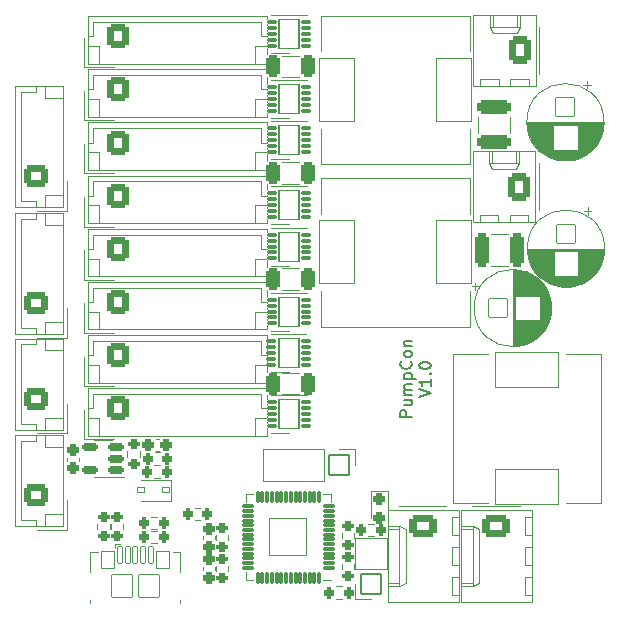
<source format=gto>
G04 #@! TF.GenerationSoftware,KiCad,Pcbnew,(6.0.7)*
G04 #@! TF.CreationDate,2022-10-27T11:50:25+02:00*
G04 #@! TF.ProjectId,pumpCon,70756d70-436f-46e2-9e6b-696361645f70,rev?*
G04 #@! TF.SameCoordinates,Original*
G04 #@! TF.FileFunction,Legend,Top*
G04 #@! TF.FilePolarity,Positive*
%FSLAX46Y46*%
G04 Gerber Fmt 4.6, Leading zero omitted, Abs format (unit mm)*
G04 Created by KiCad (PCBNEW (6.0.7)) date 2022-10-27 11:50:25*
%MOMM*%
%LPD*%
G01*
G04 APERTURE LIST*
G04 Aperture macros list*
%AMRoundRect*
0 Rectangle with rounded corners*
0 $1 Rounding radius*
0 $2 $3 $4 $5 $6 $7 $8 $9 X,Y pos of 4 corners*
0 Add a 4 corners polygon primitive as box body*
4,1,4,$2,$3,$4,$5,$6,$7,$8,$9,$2,$3,0*
0 Add four circle primitives for the rounded corners*
1,1,$1+$1,$2,$3*
1,1,$1+$1,$4,$5*
1,1,$1+$1,$6,$7*
1,1,$1+$1,$8,$9*
0 Add four rect primitives between the rounded corners*
20,1,$1+$1,$2,$3,$4,$5,0*
20,1,$1+$1,$4,$5,$6,$7,0*
20,1,$1+$1,$6,$7,$8,$9,0*
20,1,$1+$1,$8,$9,$2,$3,0*%
G04 Aperture macros list end*
%ADD10C,0.150000*%
%ADD11C,0.120000*%
%ADD12RoundRect,0.050000X-0.200000X-0.700000X0.200000X-0.700000X0.200000X0.700000X-0.200000X0.700000X0*%
%ADD13O,1.150000X2.000000*%
%ADD14RoundRect,0.050000X-0.875000X-0.950000X0.875000X-0.950000X0.875000X0.950000X-0.875000X0.950000X0*%
%ADD15RoundRect,0.050000X-0.575000X-0.725000X0.575000X-0.725000X0.575000X0.725000X-0.575000X0.725000X0*%
%ADD16RoundRect,0.300000X0.620000X0.845000X-0.620000X0.845000X-0.620000X-0.845000X0.620000X-0.845000X0*%
%ADD17O,1.840000X2.290000*%
%ADD18RoundRect,0.275000X-0.250000X0.225000X-0.250000X-0.225000X0.250000X-0.225000X0.250000X0.225000X0*%
%ADD19RoundRect,0.300000X-0.600000X-0.725000X0.600000X-0.725000X0.600000X0.725000X-0.600000X0.725000X0*%
%ADD20O,1.800000X2.050000*%
%ADD21RoundRect,0.250000X-0.200000X-0.275000X0.200000X-0.275000X0.200000X0.275000X-0.200000X0.275000X0*%
%ADD22RoundRect,0.112500X0.350000X0.062500X-0.350000X0.062500X-0.350000X-0.062500X0.350000X-0.062500X0*%
%ADD23RoundRect,0.050000X0.850000X1.250000X-0.850000X1.250000X-0.850000X-1.250000X0.850000X-1.250000X0*%
%ADD24RoundRect,0.050000X-0.850000X0.850000X-0.850000X-0.850000X0.850000X-0.850000X0.850000X0.850000X0*%
%ADD25O,1.800000X1.800000*%
%ADD26RoundRect,0.300000X0.725000X-0.600000X0.725000X0.600000X-0.725000X0.600000X-0.725000X-0.600000X0*%
%ADD27O,2.050000X1.800000*%
%ADD28RoundRect,0.250000X-0.275000X0.200000X-0.275000X-0.200000X0.275000X-0.200000X0.275000X0.200000X0*%
%ADD29RoundRect,0.050000X0.850000X0.850000X-0.850000X0.850000X-0.850000X-0.850000X0.850000X-0.850000X0*%
%ADD30RoundRect,0.300000X0.750000X-0.600000X0.750000X0.600000X-0.750000X0.600000X-0.750000X-0.600000X0*%
%ADD31O,2.100000X1.800000*%
%ADD32RoundRect,0.250000X0.275000X-0.200000X0.275000X0.200000X-0.275000X0.200000X-0.275000X-0.200000X0*%
%ADD33RoundRect,0.300000X-0.845000X0.620000X-0.845000X-0.620000X0.845000X-0.620000X0.845000X0.620000X0*%
%ADD34O,2.290000X1.840000*%
%ADD35C,3.300000*%
%ADD36RoundRect,0.300000X0.325000X0.650000X-0.325000X0.650000X-0.325000X-0.650000X0.325000X-0.650000X0*%
%ADD37RoundRect,0.268750X-0.256250X0.218750X-0.256250X-0.218750X0.256250X-0.218750X0.256250X0.218750X0*%
%ADD38RoundRect,0.050000X0.300000X0.225000X-0.300000X0.225000X-0.300000X-0.225000X0.300000X-0.225000X0*%
%ADD39RoundRect,0.050000X-0.800000X-0.800000X0.800000X-0.800000X0.800000X0.800000X-0.800000X0.800000X0*%
%ADD40C,1.700000*%
%ADD41RoundRect,0.300000X1.100000X-0.325000X1.100000X0.325000X-1.100000X0.325000X-1.100000X-0.325000X0*%
%ADD42RoundRect,0.050000X-0.800000X0.800000X-0.800000X-0.800000X0.800000X-0.800000X0.800000X0.800000X0*%
%ADD43RoundRect,0.275000X-0.225000X-0.250000X0.225000X-0.250000X0.225000X0.250000X-0.225000X0.250000X0*%
%ADD44RoundRect,0.050000X-1.450000X-2.700000X1.450000X-2.700000X1.450000X2.700000X-1.450000X2.700000X0*%
%ADD45RoundRect,0.250000X0.200000X0.275000X-0.200000X0.275000X-0.200000X-0.275000X0.200000X-0.275000X0*%
%ADD46RoundRect,0.100000X0.387500X0.050000X-0.387500X0.050000X-0.387500X-0.050000X0.387500X-0.050000X0*%
%ADD47RoundRect,0.100000X0.050000X0.387500X-0.050000X0.387500X-0.050000X-0.387500X0.050000X-0.387500X0*%
%ADD48RoundRect,0.050000X1.600000X1.600000X-1.600000X1.600000X-1.600000X-1.600000X1.600000X-1.600000X0*%
%ADD49RoundRect,0.050000X-2.700000X1.450000X-2.700000X-1.450000X2.700000X-1.450000X2.700000X1.450000X0*%
%ADD50RoundRect,0.200000X0.512500X0.150000X-0.512500X0.150000X-0.512500X-0.150000X0.512500X-0.150000X0*%
%ADD51RoundRect,0.300000X0.325000X1.100000X-0.325000X1.100000X-0.325000X-1.100000X0.325000X-1.100000X0*%
%ADD52RoundRect,0.275000X0.250000X-0.225000X0.250000X0.225000X-0.250000X0.225000X-0.250000X-0.225000X0*%
G04 APERTURE END LIST*
D10*
X92647380Y-95738095D02*
X91647380Y-95738095D01*
X91647380Y-95357142D01*
X91695000Y-95261904D01*
X91742619Y-95214285D01*
X91837857Y-95166666D01*
X91980714Y-95166666D01*
X92075952Y-95214285D01*
X92123571Y-95261904D01*
X92171190Y-95357142D01*
X92171190Y-95738095D01*
X91980714Y-94309523D02*
X92647380Y-94309523D01*
X91980714Y-94738095D02*
X92504523Y-94738095D01*
X92599761Y-94690476D01*
X92647380Y-94595238D01*
X92647380Y-94452380D01*
X92599761Y-94357142D01*
X92552142Y-94309523D01*
X92647380Y-93833333D02*
X91980714Y-93833333D01*
X92075952Y-93833333D02*
X92028333Y-93785714D01*
X91980714Y-93690476D01*
X91980714Y-93547619D01*
X92028333Y-93452380D01*
X92123571Y-93404761D01*
X92647380Y-93404761D01*
X92123571Y-93404761D02*
X92028333Y-93357142D01*
X91980714Y-93261904D01*
X91980714Y-93119047D01*
X92028333Y-93023809D01*
X92123571Y-92976190D01*
X92647380Y-92976190D01*
X91980714Y-92500000D02*
X92980714Y-92500000D01*
X92028333Y-92500000D02*
X91980714Y-92404761D01*
X91980714Y-92214285D01*
X92028333Y-92119047D01*
X92075952Y-92071428D01*
X92171190Y-92023809D01*
X92456904Y-92023809D01*
X92552142Y-92071428D01*
X92599761Y-92119047D01*
X92647380Y-92214285D01*
X92647380Y-92404761D01*
X92599761Y-92500000D01*
X92552142Y-91023809D02*
X92599761Y-91071428D01*
X92647380Y-91214285D01*
X92647380Y-91309523D01*
X92599761Y-91452380D01*
X92504523Y-91547619D01*
X92409285Y-91595238D01*
X92218809Y-91642857D01*
X92075952Y-91642857D01*
X91885476Y-91595238D01*
X91790238Y-91547619D01*
X91695000Y-91452380D01*
X91647380Y-91309523D01*
X91647380Y-91214285D01*
X91695000Y-91071428D01*
X91742619Y-91023809D01*
X92647380Y-90452380D02*
X92599761Y-90547619D01*
X92552142Y-90595238D01*
X92456904Y-90642857D01*
X92171190Y-90642857D01*
X92075952Y-90595238D01*
X92028333Y-90547619D01*
X91980714Y-90452380D01*
X91980714Y-90309523D01*
X92028333Y-90214285D01*
X92075952Y-90166666D01*
X92171190Y-90119047D01*
X92456904Y-90119047D01*
X92552142Y-90166666D01*
X92599761Y-90214285D01*
X92647380Y-90309523D01*
X92647380Y-90452380D01*
X91980714Y-89690476D02*
X92647380Y-89690476D01*
X92075952Y-89690476D02*
X92028333Y-89642857D01*
X91980714Y-89547619D01*
X91980714Y-89404761D01*
X92028333Y-89309523D01*
X92123571Y-89261904D01*
X92647380Y-89261904D01*
X93257380Y-94023809D02*
X94257380Y-93690476D01*
X93257380Y-93357142D01*
X94257380Y-92500000D02*
X94257380Y-93071428D01*
X94257380Y-92785714D02*
X93257380Y-92785714D01*
X93400238Y-92880952D01*
X93495476Y-92976190D01*
X93543095Y-93071428D01*
X94162142Y-92071428D02*
X94209761Y-92023809D01*
X94257380Y-92071428D01*
X94209761Y-92119047D01*
X94162142Y-92071428D01*
X94257380Y-92071428D01*
X93257380Y-91404761D02*
X93257380Y-91309523D01*
X93305000Y-91214285D01*
X93352619Y-91166666D01*
X93447857Y-91119047D01*
X93638333Y-91071428D01*
X93876428Y-91071428D01*
X94066904Y-91119047D01*
X94162142Y-91166666D01*
X94209761Y-91214285D01*
X94257380Y-91309523D01*
X94257380Y-91404761D01*
X94209761Y-91500000D01*
X94162142Y-91547619D01*
X94066904Y-91595238D01*
X93876428Y-91642857D01*
X93638333Y-91642857D01*
X93447857Y-91595238D01*
X93352619Y-91547619D01*
X93305000Y-91500000D01*
X93257380Y-91404761D01*
D11*
X73060000Y-108870000D02*
X73060000Y-107140000D01*
X65440000Y-107140000D02*
X66100000Y-107140000D01*
X67490000Y-106440000D02*
X67490000Y-106830000D01*
X67490000Y-106440000D02*
X67940000Y-106440000D01*
X73060000Y-107140000D02*
X72410000Y-107140000D01*
X73060000Y-111440000D02*
X73060000Y-111230000D01*
X65440000Y-111440000D02*
X65440000Y-111230000D01*
X65440000Y-108870000D02*
X65440000Y-107140000D01*
X101520000Y-63220000D02*
X99480000Y-63220000D01*
X99230000Y-62690000D02*
X99230000Y-61690000D01*
X101770000Y-62690000D02*
X99230000Y-62690000D01*
X97850000Y-67710000D02*
X103150000Y-67710000D01*
X100970000Y-67110000D02*
X100970000Y-67710000D01*
X102570000Y-67110000D02*
X100970000Y-67110000D01*
X101770000Y-61690000D02*
X101770000Y-62690000D01*
X101770000Y-62690000D02*
X101520000Y-63220000D01*
X97850000Y-61690000D02*
X97850000Y-67710000D01*
X103440000Y-66680000D02*
X103440000Y-62680000D01*
X99480000Y-63220000D02*
X99230000Y-62690000D01*
X101520000Y-61690000D02*
X101520000Y-62690000D01*
X103150000Y-67710000D02*
X103150000Y-61690000D01*
X103150000Y-61690000D02*
X97850000Y-61690000D01*
X100030000Y-67710000D02*
X100030000Y-67110000D01*
X102570000Y-67710000D02*
X102570000Y-67110000D01*
X99480000Y-61690000D02*
X99480000Y-62690000D01*
X98430000Y-67110000D02*
X98430000Y-67710000D01*
X100030000Y-67110000D02*
X98430000Y-67110000D01*
X75950000Y-108409420D02*
X75950000Y-108690580D01*
X74930000Y-108409420D02*
X74930000Y-108690580D01*
X65690000Y-75790000D02*
X79910000Y-75790000D01*
X79910000Y-75790000D02*
X79910000Y-77000000D01*
X80410000Y-77810000D02*
X79410000Y-77810000D01*
X65690000Y-77000000D02*
X65690000Y-75790000D01*
X79410000Y-77810000D02*
X79410000Y-79310000D01*
X80410000Y-79310000D02*
X80410000Y-75290000D01*
X65190000Y-77810000D02*
X66190000Y-77810000D01*
X80410000Y-75290000D02*
X65190000Y-75290000D01*
X65190000Y-79310000D02*
X80410000Y-79310000D01*
X66190000Y-77810000D02*
X66190000Y-79310000D01*
X79910000Y-77000000D02*
X80410000Y-77000000D01*
X65190000Y-75290000D02*
X65190000Y-79310000D01*
X64890000Y-77110000D02*
X64890000Y-79610000D01*
X64890000Y-79610000D02*
X67390000Y-79610000D01*
X65190000Y-77000000D02*
X65690000Y-77000000D01*
X70562742Y-104202500D02*
X71037258Y-104202500D01*
X70562742Y-105247500D02*
X71037258Y-105247500D01*
X79910000Y-80290000D02*
X79910000Y-81500000D01*
X64890000Y-81610000D02*
X64890000Y-84110000D01*
X79410000Y-82310000D02*
X79410000Y-83810000D01*
X66190000Y-82310000D02*
X66190000Y-83810000D01*
X65190000Y-82310000D02*
X66190000Y-82310000D01*
X80410000Y-83810000D02*
X80410000Y-79790000D01*
X79910000Y-81500000D02*
X80410000Y-81500000D01*
X80410000Y-79790000D02*
X65190000Y-79790000D01*
X64890000Y-84110000D02*
X67390000Y-84110000D01*
X80410000Y-82310000D02*
X79410000Y-82310000D01*
X65690000Y-80290000D02*
X79910000Y-80290000D01*
X65190000Y-79790000D02*
X65190000Y-83810000D01*
X65190000Y-83810000D02*
X80410000Y-83810000D01*
X65190000Y-81500000D02*
X65690000Y-81500000D01*
X65690000Y-81500000D02*
X65690000Y-80290000D01*
X82212500Y-91910000D02*
X80712500Y-91910000D01*
X83712500Y-88690000D02*
X80712500Y-88690000D01*
X85205000Y-101130000D02*
X80065000Y-101130000D01*
X86475000Y-98470000D02*
X87805000Y-98470000D01*
X80065000Y-98470000D02*
X80065000Y-101130000D01*
X85205000Y-98470000D02*
X85205000Y-101130000D01*
X87805000Y-98470000D02*
X87805000Y-99800000D01*
X85205000Y-98470000D02*
X80065000Y-98470000D01*
X83750000Y-79690000D02*
X80750000Y-79690000D01*
X82250000Y-82910000D02*
X80750000Y-82910000D01*
X88962742Y-105822500D02*
X89437258Y-105822500D01*
X88962742Y-104777500D02*
X89437258Y-104777500D01*
X60800000Y-78990000D02*
X60800000Y-78490000D01*
X60800000Y-88210000D02*
X59590000Y-88210000D01*
X60800000Y-88710000D02*
X60800000Y-88210000D01*
X63110000Y-88710000D02*
X63110000Y-78490000D01*
X59090000Y-78490000D02*
X59090000Y-88710000D01*
X59090000Y-88710000D02*
X63110000Y-88710000D01*
X61610000Y-78490000D02*
X61610000Y-79490000D01*
X61610000Y-87710000D02*
X63110000Y-87710000D01*
X60910000Y-89010000D02*
X63410000Y-89010000D01*
X59590000Y-78990000D02*
X60800000Y-78990000D01*
X63410000Y-89010000D02*
X63410000Y-86510000D01*
X61610000Y-88710000D02*
X61610000Y-87710000D01*
X59590000Y-88210000D02*
X59590000Y-78990000D01*
X61610000Y-79490000D02*
X63110000Y-79490000D01*
X63110000Y-78490000D02*
X59090000Y-78490000D01*
X83750000Y-70690000D02*
X80750000Y-70690000D01*
X82250000Y-73910000D02*
X80750000Y-73910000D01*
X83750000Y-93890000D02*
X80750000Y-93890000D01*
X82250000Y-97110000D02*
X80750000Y-97110000D01*
X82250000Y-88410000D02*
X80750000Y-88410000D01*
X83750000Y-85190000D02*
X80750000Y-85190000D01*
X87772500Y-105512742D02*
X87772500Y-105987258D01*
X86727500Y-105512742D02*
X86727500Y-105987258D01*
X90505000Y-105980000D02*
X87845000Y-105980000D01*
X87845000Y-111180000D02*
X87845000Y-109850000D01*
X90505000Y-108580000D02*
X90505000Y-105980000D01*
X90505000Y-108580000D02*
X87845000Y-108580000D01*
X87845000Y-108580000D02*
X87845000Y-105980000D01*
X89175000Y-111180000D02*
X87845000Y-111180000D01*
X79910000Y-90500000D02*
X80410000Y-90500000D01*
X65190000Y-91310000D02*
X66190000Y-91310000D01*
X66190000Y-91310000D02*
X66190000Y-92810000D01*
X65690000Y-90500000D02*
X65690000Y-89290000D01*
X65190000Y-90500000D02*
X65690000Y-90500000D01*
X79910000Y-89290000D02*
X79910000Y-90500000D01*
X79410000Y-91310000D02*
X79410000Y-92810000D01*
X80410000Y-91310000D02*
X79410000Y-91310000D01*
X65690000Y-89290000D02*
X79910000Y-89290000D01*
X64890000Y-93110000D02*
X67390000Y-93110000D01*
X65190000Y-88790000D02*
X65190000Y-92810000D01*
X64890000Y-90610000D02*
X64890000Y-93110000D01*
X65190000Y-92810000D02*
X80410000Y-92810000D01*
X80410000Y-88790000D02*
X65190000Y-88790000D01*
X80410000Y-92810000D02*
X80410000Y-88790000D01*
X60800000Y-96810000D02*
X60800000Y-96310000D01*
X60910000Y-97110000D02*
X63410000Y-97110000D01*
X60800000Y-89590000D02*
X60800000Y-89090000D01*
X63410000Y-97110000D02*
X63410000Y-94610000D01*
X59090000Y-89090000D02*
X59090000Y-96810000D01*
X63110000Y-96810000D02*
X63110000Y-89090000D01*
X61610000Y-90090000D02*
X63110000Y-90090000D01*
X61610000Y-95810000D02*
X63110000Y-95810000D01*
X63110000Y-89090000D02*
X59090000Y-89090000D01*
X60800000Y-96310000D02*
X59590000Y-96310000D01*
X59590000Y-96310000D02*
X59590000Y-89590000D01*
X61610000Y-96810000D02*
X61610000Y-95810000D01*
X61610000Y-89090000D02*
X61610000Y-90090000D01*
X59590000Y-89590000D02*
X60800000Y-89590000D01*
X59090000Y-96810000D02*
X63110000Y-96810000D01*
X103390000Y-78230000D02*
X103390000Y-74230000D01*
X99980000Y-79260000D02*
X99980000Y-78660000D01*
X99430000Y-73240000D02*
X99430000Y-74240000D01*
X100920000Y-78660000D02*
X100920000Y-79260000D01*
X99180000Y-74240000D02*
X99180000Y-73240000D01*
X99430000Y-74770000D02*
X99180000Y-74240000D01*
X103100000Y-73240000D02*
X97800000Y-73240000D01*
X101470000Y-74770000D02*
X99430000Y-74770000D01*
X101720000Y-73240000D02*
X101720000Y-74240000D01*
X101720000Y-74240000D02*
X99180000Y-74240000D01*
X102520000Y-78660000D02*
X100920000Y-78660000D01*
X101470000Y-73240000D02*
X101470000Y-74240000D01*
X99980000Y-78660000D02*
X98380000Y-78660000D01*
X103100000Y-79260000D02*
X103100000Y-73240000D01*
X97800000Y-73240000D02*
X97800000Y-79260000D01*
X97800000Y-79260000D02*
X103100000Y-79260000D01*
X101720000Y-74240000D02*
X101470000Y-74770000D01*
X98380000Y-78660000D02*
X98380000Y-79260000D01*
X102520000Y-79260000D02*
X102520000Y-78660000D01*
X79910000Y-86000000D02*
X80410000Y-86000000D01*
X66190000Y-86810000D02*
X66190000Y-88310000D01*
X65190000Y-88310000D02*
X80410000Y-88310000D01*
X80410000Y-86810000D02*
X79410000Y-86810000D01*
X65690000Y-86000000D02*
X65690000Y-84790000D01*
X64890000Y-88610000D02*
X67390000Y-88610000D01*
X79910000Y-84790000D02*
X79910000Y-86000000D01*
X80410000Y-88310000D02*
X80410000Y-84290000D01*
X65190000Y-86810000D02*
X66190000Y-86810000D01*
X65190000Y-86000000D02*
X65690000Y-86000000D01*
X80410000Y-84290000D02*
X65190000Y-84290000D01*
X65190000Y-84290000D02*
X65190000Y-88310000D01*
X64890000Y-86110000D02*
X64890000Y-88610000D01*
X65690000Y-84790000D02*
X79910000Y-84790000D01*
X79410000Y-86810000D02*
X79410000Y-88310000D01*
X77072500Y-106152258D02*
X77072500Y-105677742D01*
X76027500Y-106152258D02*
X76027500Y-105677742D01*
X96610000Y-103580000D02*
X90590000Y-103580000D01*
X96610000Y-106700000D02*
X96010000Y-106700000D01*
X92120000Y-105210000D02*
X92120000Y-109790000D01*
X90590000Y-105210000D02*
X91590000Y-105210000D01*
X90590000Y-104960000D02*
X91590000Y-104960000D01*
X90590000Y-109790000D02*
X91590000Y-109790000D01*
X90590000Y-103580000D02*
X90590000Y-111420000D01*
X96610000Y-109240000D02*
X96010000Y-109240000D01*
X95580000Y-103290000D02*
X91580000Y-103290000D01*
X96010000Y-106700000D02*
X96010000Y-108300000D01*
X96010000Y-104160000D02*
X96010000Y-105760000D01*
X91590000Y-104960000D02*
X91590000Y-110040000D01*
X90590000Y-111420000D02*
X96610000Y-111420000D01*
X91590000Y-110040000D02*
X90590000Y-110040000D01*
X92120000Y-109790000D02*
X91590000Y-110040000D01*
X96610000Y-104160000D02*
X96010000Y-104160000D01*
X91590000Y-104960000D02*
X92120000Y-105210000D01*
X96010000Y-105760000D02*
X96610000Y-105760000D01*
X96010000Y-108300000D02*
X96610000Y-108300000D01*
X96010000Y-110840000D02*
X96610000Y-110840000D01*
X96010000Y-109240000D02*
X96010000Y-110840000D01*
X96610000Y-111420000D02*
X96610000Y-103580000D01*
X83061252Y-65140000D02*
X81638748Y-65140000D01*
X83061252Y-66960000D02*
X81638748Y-66960000D01*
X80410000Y-61790000D02*
X65190000Y-61790000D01*
X64890000Y-66110000D02*
X67390000Y-66110000D01*
X65190000Y-63500000D02*
X65690000Y-63500000D01*
X64890000Y-63610000D02*
X64890000Y-66110000D01*
X65190000Y-64310000D02*
X66190000Y-64310000D01*
X65690000Y-62290000D02*
X79910000Y-62290000D01*
X80410000Y-65810000D02*
X80410000Y-61790000D01*
X65190000Y-61790000D02*
X65190000Y-65810000D01*
X65190000Y-65810000D02*
X80410000Y-65810000D01*
X65690000Y-63500000D02*
X65690000Y-62290000D01*
X79910000Y-63500000D02*
X80410000Y-63500000D01*
X66190000Y-64310000D02*
X66190000Y-65810000D01*
X79410000Y-64310000D02*
X79410000Y-65810000D01*
X80410000Y-64310000D02*
X79410000Y-64310000D01*
X79910000Y-62290000D02*
X79910000Y-63500000D01*
X89165000Y-102015000D02*
X89165000Y-104300000D01*
X90635000Y-102015000D02*
X89165000Y-102015000D01*
X90635000Y-104300000D02*
X90635000Y-102015000D01*
X72250000Y-102800000D02*
X72250000Y-101100000D01*
X72250000Y-102800000D02*
X69700000Y-102800000D01*
X72250000Y-101100000D02*
X69700000Y-101100000D01*
X83061252Y-91990000D02*
X81638748Y-91990000D01*
X83061252Y-93810000D02*
X81638748Y-93810000D01*
X80410000Y-66290000D02*
X65190000Y-66290000D01*
X65190000Y-68810000D02*
X66190000Y-68810000D01*
X65690000Y-66790000D02*
X79910000Y-66790000D01*
X65190000Y-70310000D02*
X80410000Y-70310000D01*
X65690000Y-68000000D02*
X65690000Y-66790000D01*
X79410000Y-68810000D02*
X79410000Y-70310000D01*
X80410000Y-70310000D02*
X80410000Y-66290000D01*
X65190000Y-66290000D02*
X65190000Y-70310000D01*
X80410000Y-68810000D02*
X79410000Y-68810000D01*
X66190000Y-68810000D02*
X66190000Y-70310000D01*
X64890000Y-68110000D02*
X64890000Y-70610000D01*
X65190000Y-68000000D02*
X65690000Y-68000000D01*
X79910000Y-68000000D02*
X80410000Y-68000000D01*
X64890000Y-70610000D02*
X67390000Y-70610000D01*
X79910000Y-66790000D02*
X79910000Y-68000000D01*
X70862742Y-98727500D02*
X71337258Y-98727500D01*
X70862742Y-99772500D02*
X71337258Y-99772500D01*
X70562742Y-105377500D02*
X71037258Y-105377500D01*
X70562742Y-106422500D02*
X71037258Y-106422500D01*
X70850242Y-99827500D02*
X71324758Y-99827500D01*
X70850242Y-100872500D02*
X71324758Y-100872500D01*
X103641000Y-84363000D02*
X103641000Y-88637000D01*
X102841000Y-87540000D02*
X102841000Y-89290000D01*
X103281000Y-87540000D02*
X103281000Y-88984000D01*
X101921000Y-83350000D02*
X101921000Y-85460000D01*
X102601000Y-87540000D02*
X102601000Y-89416000D01*
X104441000Y-86098000D02*
X104441000Y-86902000D01*
X101240000Y-83270000D02*
X101240000Y-89730000D01*
X103601000Y-84318000D02*
X103601000Y-88682000D01*
X103481000Y-87540000D02*
X103481000Y-88805000D01*
X102361000Y-83482000D02*
X102361000Y-85460000D01*
X102641000Y-83604000D02*
X102641000Y-85460000D01*
X104001000Y-84850000D02*
X104001000Y-88150000D01*
X102401000Y-83498000D02*
X102401000Y-85460000D01*
X104401000Y-85867000D02*
X104401000Y-87133000D01*
X102481000Y-87540000D02*
X102481000Y-89470000D01*
X102241000Y-87540000D02*
X102241000Y-89561000D01*
X102321000Y-87540000D02*
X102321000Y-89533000D01*
X103721000Y-84456000D02*
X103721000Y-88544000D01*
X101961000Y-87540000D02*
X101961000Y-89641000D01*
X102321000Y-83467000D02*
X102321000Y-85460000D01*
X102081000Y-87540000D02*
X102081000Y-89610000D01*
X101640000Y-83299000D02*
X101640000Y-85460000D01*
X103001000Y-87540000D02*
X103001000Y-89190000D01*
X102041000Y-83379000D02*
X102041000Y-85460000D01*
X101400000Y-83276000D02*
X101400000Y-89724000D01*
X103281000Y-84016000D02*
X103281000Y-85460000D01*
X101880000Y-83341000D02*
X101880000Y-85460000D01*
X101320000Y-83272000D02*
X101320000Y-89728000D01*
X104241000Y-85335000D02*
X104241000Y-87665000D01*
X103841000Y-84610000D02*
X103841000Y-88390000D01*
X102561000Y-87540000D02*
X102561000Y-89434000D01*
X98014759Y-84346000D02*
X98014759Y-84976000D01*
X104281000Y-85441000D02*
X104281000Y-87559000D01*
X101600000Y-83294000D02*
X101600000Y-85460000D01*
X101760000Y-83318000D02*
X101760000Y-85460000D01*
X103361000Y-87540000D02*
X103361000Y-88916000D01*
X102441000Y-83514000D02*
X102441000Y-85460000D01*
X102921000Y-87540000D02*
X102921000Y-89242000D01*
X103681000Y-84408000D02*
X103681000Y-88592000D01*
X101840000Y-83333000D02*
X101840000Y-85460000D01*
X101680000Y-83305000D02*
X101680000Y-85460000D01*
X102281000Y-83453000D02*
X102281000Y-85460000D01*
X102001000Y-87540000D02*
X102001000Y-89631000D01*
X102961000Y-83784000D02*
X102961000Y-85460000D01*
X101600000Y-87540000D02*
X101600000Y-89706000D01*
X103441000Y-84157000D02*
X103441000Y-85460000D01*
X104201000Y-85238000D02*
X104201000Y-87762000D01*
X97699759Y-84661000D02*
X98329759Y-84661000D01*
X102281000Y-87540000D02*
X102281000Y-89547000D01*
X101640000Y-87540000D02*
X101640000Y-89701000D01*
X102921000Y-83758000D02*
X102921000Y-85460000D01*
X101440000Y-83278000D02*
X101440000Y-85460000D01*
X103081000Y-83864000D02*
X103081000Y-85460000D01*
X102601000Y-83584000D02*
X102601000Y-85460000D01*
X101520000Y-87540000D02*
X101520000Y-89715000D01*
X102961000Y-87540000D02*
X102961000Y-89216000D01*
X103081000Y-87540000D02*
X103081000Y-89136000D01*
X101840000Y-87540000D02*
X101840000Y-89667000D01*
X101560000Y-87540000D02*
X101560000Y-89711000D01*
X103241000Y-87540000D02*
X103241000Y-89016000D01*
X102201000Y-87540000D02*
X102201000Y-89574000D01*
X101440000Y-87540000D02*
X101440000Y-89722000D01*
X102761000Y-87540000D02*
X102761000Y-89334000D01*
X102241000Y-83439000D02*
X102241000Y-85460000D01*
X103041000Y-83836000D02*
X103041000Y-85460000D01*
X102801000Y-87540000D02*
X102801000Y-89312000D01*
X103161000Y-87540000D02*
X103161000Y-89078000D01*
X103201000Y-87540000D02*
X103201000Y-89048000D01*
X102361000Y-87540000D02*
X102361000Y-89518000D01*
X103001000Y-83810000D02*
X103001000Y-85460000D01*
X101680000Y-87540000D02*
X101680000Y-89695000D01*
X102441000Y-87540000D02*
X102441000Y-89486000D01*
X102881000Y-87540000D02*
X102881000Y-89266000D01*
X103041000Y-87540000D02*
X103041000Y-89164000D01*
X103361000Y-84084000D02*
X103361000Y-85460000D01*
X102121000Y-87540000D02*
X102121000Y-89598000D01*
X102801000Y-83688000D02*
X102801000Y-85460000D01*
X103761000Y-84505000D02*
X103761000Y-88495000D01*
X104041000Y-84919000D02*
X104041000Y-88081000D01*
X103521000Y-84235000D02*
X103521000Y-88765000D01*
X103121000Y-87540000D02*
X103121000Y-89107000D01*
X103161000Y-83922000D02*
X103161000Y-85460000D01*
X102841000Y-83710000D02*
X102841000Y-85460000D01*
X103401000Y-87540000D02*
X103401000Y-88880000D01*
X102681000Y-83624000D02*
X102681000Y-85460000D01*
X103441000Y-87540000D02*
X103441000Y-88843000D01*
X101480000Y-83282000D02*
X101480000Y-85460000D01*
X101480000Y-87540000D02*
X101480000Y-89718000D01*
X102121000Y-83402000D02*
X102121000Y-85460000D01*
X102161000Y-83414000D02*
X102161000Y-85460000D01*
X101800000Y-87540000D02*
X101800000Y-89675000D01*
X102721000Y-83644000D02*
X102721000Y-85460000D01*
X103921000Y-84724000D02*
X103921000Y-88276000D01*
X104081000Y-84991000D02*
X104081000Y-88009000D01*
X103801000Y-84556000D02*
X103801000Y-88444000D01*
X102521000Y-83548000D02*
X102521000Y-85460000D01*
X102881000Y-83734000D02*
X102881000Y-85460000D01*
X104121000Y-85068000D02*
X104121000Y-87932000D01*
X102401000Y-87540000D02*
X102401000Y-89502000D01*
X102201000Y-83426000D02*
X102201000Y-85460000D01*
X101560000Y-83289000D02*
X101560000Y-85460000D01*
X102161000Y-87540000D02*
X102161000Y-89586000D01*
X104161000Y-85150000D02*
X104161000Y-87850000D01*
X101360000Y-83273000D02*
X101360000Y-89727000D01*
X101921000Y-87540000D02*
X101921000Y-89650000D01*
X103481000Y-84195000D02*
X103481000Y-85460000D01*
X102641000Y-87540000D02*
X102641000Y-89396000D01*
X102481000Y-83530000D02*
X102481000Y-85460000D01*
X104321000Y-85560000D02*
X104321000Y-87440000D01*
X101720000Y-83311000D02*
X101720000Y-85460000D01*
X104361000Y-85698000D02*
X104361000Y-87302000D01*
X101520000Y-83285000D02*
X101520000Y-85460000D01*
X102041000Y-87540000D02*
X102041000Y-89621000D01*
X103321000Y-87540000D02*
X103321000Y-88950000D01*
X102561000Y-83566000D02*
X102561000Y-85460000D01*
X103401000Y-84120000D02*
X103401000Y-85460000D01*
X101720000Y-87540000D02*
X101720000Y-89689000D01*
X102721000Y-87540000D02*
X102721000Y-89356000D01*
X103321000Y-84050000D02*
X103321000Y-85460000D01*
X101760000Y-87540000D02*
X101760000Y-89682000D01*
X103561000Y-84276000D02*
X103561000Y-88724000D01*
X103961000Y-84786000D02*
X103961000Y-88214000D01*
X103201000Y-83952000D02*
X103201000Y-85460000D01*
X101880000Y-87540000D02*
X101880000Y-89659000D01*
X102001000Y-83369000D02*
X102001000Y-85460000D01*
X101961000Y-83359000D02*
X101961000Y-85460000D01*
X101800000Y-83325000D02*
X101800000Y-85460000D01*
X101280000Y-83270000D02*
X101280000Y-89730000D01*
X103121000Y-83893000D02*
X103121000Y-85460000D01*
X102521000Y-87540000D02*
X102521000Y-89452000D01*
X102081000Y-83390000D02*
X102081000Y-85460000D01*
X103241000Y-83984000D02*
X103241000Y-85460000D01*
X102761000Y-83666000D02*
X102761000Y-85460000D01*
X102681000Y-87540000D02*
X102681000Y-89376000D01*
X103881000Y-84666000D02*
X103881000Y-88334000D01*
X101200000Y-83270000D02*
X101200000Y-89730000D01*
X104470000Y-86500000D02*
G75*
G03*
X104470000Y-86500000I-3270000J0D01*
G01*
X98240000Y-71711252D02*
X98240000Y-70288748D01*
X100960000Y-71711252D02*
X100960000Y-70288748D01*
X83061252Y-75960000D02*
X81638748Y-75960000D01*
X83061252Y-74140000D02*
X81638748Y-74140000D01*
X108634000Y-82828621D02*
X106740000Y-82828621D01*
X107837000Y-83908621D02*
X103563000Y-83908621D01*
X106759000Y-84548621D02*
X104641000Y-84548621D01*
X108867000Y-82107621D02*
X106740000Y-82107621D01*
X104660000Y-83068621D02*
X102888000Y-83068621D01*
X108850000Y-82188621D02*
X106740000Y-82188621D01*
X108930000Y-81467621D02*
X102470000Y-81467621D01*
X108043000Y-83708621D02*
X106740000Y-83708621D01*
X108278000Y-83428621D02*
X106740000Y-83428621D01*
X107414000Y-84228621D02*
X103986000Y-84228621D01*
X108248000Y-83468621D02*
X106740000Y-83468621D01*
X107539000Y-77967380D02*
X107539000Y-78597380D01*
X108882000Y-82027621D02*
X106740000Y-82027621D01*
X108307000Y-83388621D02*
X106740000Y-83388621D01*
X106640000Y-84588621D02*
X104760000Y-84588621D01*
X108895000Y-81947621D02*
X106740000Y-81947621D01*
X104660000Y-83508621D02*
X103184000Y-83508621D01*
X108184000Y-83548621D02*
X106740000Y-83548621D01*
X104660000Y-81787621D02*
X102485000Y-81787621D01*
X104660000Y-82788621D02*
X102748000Y-82788621D01*
X107882000Y-83868621D02*
X103518000Y-83868621D01*
X104660000Y-82428621D02*
X102614000Y-82428621D01*
X104660000Y-81707621D02*
X102478000Y-81707621D01*
X108924000Y-81667621D02*
X102476000Y-81667621D01*
X104660000Y-82748621D02*
X102730000Y-82748621D01*
X104660000Y-81827621D02*
X102489000Y-81827621D01*
X108336000Y-83348621D02*
X106740000Y-83348621D01*
X104660000Y-82388621D02*
X102602000Y-82388621D01*
X108918000Y-81747621D02*
X106740000Y-81747621D01*
X104660000Y-83148621D02*
X102934000Y-83148621D01*
X108116000Y-83628621D02*
X106740000Y-83628621D01*
X108490000Y-83108621D02*
X106740000Y-83108621D01*
X108821000Y-82308621D02*
X106740000Y-82308621D01*
X104660000Y-82948621D02*
X102824000Y-82948621D01*
X108930000Y-81547621D02*
X102470000Y-81547621D01*
X108911000Y-81827621D02*
X106740000Y-81827621D01*
X108761000Y-82508621D02*
X106740000Y-82508621D01*
X108927000Y-81627621D02*
X102473000Y-81627621D01*
X104660000Y-83188621D02*
X102958000Y-83188621D01*
X104660000Y-83388621D02*
X103093000Y-83388621D01*
X104660000Y-82348621D02*
X102590000Y-82348621D01*
X108556000Y-82988621D02*
X106740000Y-82988621D01*
X107644000Y-84068621D02*
X103756000Y-84068621D01*
X108841000Y-82228621D02*
X106740000Y-82228621D01*
X108702000Y-82668621D02*
X106740000Y-82668621D01*
X104660000Y-82988621D02*
X102844000Y-82988621D01*
X106865000Y-84508621D02*
X104535000Y-84508621D01*
X108416000Y-83228621D02*
X106740000Y-83228621D01*
X104660000Y-83628621D02*
X103284000Y-83628621D01*
X108733000Y-82588621D02*
X106740000Y-82588621D01*
X108922000Y-81707621D02*
X106740000Y-81707621D01*
X108915000Y-81787621D02*
X106740000Y-81787621D01*
X104660000Y-82548621D02*
X102653000Y-82548621D01*
X108390000Y-83268621D02*
X106740000Y-83268621D01*
X108442000Y-83188621D02*
X106740000Y-83188621D01*
X108786000Y-82428621D02*
X106740000Y-82428621D01*
X107476000Y-84188621D02*
X103924000Y-84188621D01*
X104660000Y-81747621D02*
X102482000Y-81747621D01*
X104660000Y-82188621D02*
X102550000Y-82188621D01*
X108150000Y-83588621D02*
X106740000Y-83588621D01*
X108686000Y-82708621D02*
X106740000Y-82708621D01*
X104660000Y-82588621D02*
X102667000Y-82588621D01*
X108798000Y-82388621D02*
X106740000Y-82388621D01*
X104660000Y-83668621D02*
X103320000Y-83668621D01*
X104660000Y-82668621D02*
X102698000Y-82668621D01*
X108831000Y-82268621D02*
X106740000Y-82268621D01*
X107350000Y-84268621D02*
X104050000Y-84268621D01*
X104660000Y-83348621D02*
X103064000Y-83348621D01*
X104660000Y-82628621D02*
X102682000Y-82628621D01*
X104660000Y-82147621D02*
X102541000Y-82147621D01*
X108859000Y-82147621D02*
X106740000Y-82147621D01*
X104660000Y-82067621D02*
X102525000Y-82067621D01*
X108596000Y-82908621D02*
X106740000Y-82908621D01*
X104660000Y-83428621D02*
X103122000Y-83428621D01*
X107744000Y-83988621D02*
X103656000Y-83988621D01*
X107695000Y-84028621D02*
X103705000Y-84028621D01*
X107924000Y-83828621D02*
X103476000Y-83828621D01*
X108080000Y-83668621D02*
X106740000Y-83668621D01*
X106102000Y-84708621D02*
X105298000Y-84708621D01*
X104660000Y-82027621D02*
X102518000Y-82027621D01*
X106962000Y-84468621D02*
X104438000Y-84468621D01*
X104660000Y-83548621D02*
X103216000Y-83548621D01*
X108889000Y-81987621D02*
X106740000Y-81987621D01*
X108928000Y-81587621D02*
X102472000Y-81587621D01*
X107854000Y-78282380D02*
X107224000Y-78282380D01*
X104660000Y-82468621D02*
X102626000Y-82468621D01*
X108466000Y-83148621D02*
X106740000Y-83148621D01*
X107534000Y-84148621D02*
X103866000Y-84148621D01*
X108747000Y-82548621D02*
X106740000Y-82548621D01*
X104660000Y-82868621D02*
X102784000Y-82868621D01*
X106333000Y-84668621D02*
X105067000Y-84668621D01*
X104660000Y-83228621D02*
X102984000Y-83228621D01*
X107132000Y-84388621D02*
X104268000Y-84388621D01*
X107050000Y-84428621D02*
X104350000Y-84428621D01*
X104660000Y-81907621D02*
X102499000Y-81907621D01*
X108005000Y-83748621D02*
X106740000Y-83748621D01*
X104660000Y-83028621D02*
X102866000Y-83028621D01*
X104660000Y-82708621D02*
X102714000Y-82708621D01*
X104660000Y-83308621D02*
X103036000Y-83308621D01*
X108652000Y-82788621D02*
X106740000Y-82788621D01*
X104660000Y-82908621D02*
X102804000Y-82908621D01*
X108512000Y-83068621D02*
X106740000Y-83068621D01*
X107590000Y-84108621D02*
X103810000Y-84108621D01*
X107965000Y-83788621D02*
X103435000Y-83788621D01*
X108810000Y-82348621D02*
X106740000Y-82348621D01*
X107281000Y-84308621D02*
X104119000Y-84308621D01*
X104660000Y-83708621D02*
X103357000Y-83708621D01*
X104660000Y-83588621D02*
X103250000Y-83588621D01*
X108364000Y-83308621D02*
X106740000Y-83308621D01*
X108901000Y-81907621D02*
X106740000Y-81907621D01*
X104660000Y-82828621D02*
X102766000Y-82828621D01*
X108534000Y-83028621D02*
X106740000Y-83028621D01*
X104660000Y-81987621D02*
X102511000Y-81987621D01*
X108906000Y-81867621D02*
X106740000Y-81867621D01*
X104660000Y-82508621D02*
X102639000Y-82508621D01*
X104660000Y-83268621D02*
X103010000Y-83268621D01*
X104660000Y-82107621D02*
X102533000Y-82107621D01*
X108216000Y-83508621D02*
X106740000Y-83508621D01*
X108718000Y-82628621D02*
X106740000Y-82628621D01*
X107792000Y-83948621D02*
X103608000Y-83948621D01*
X104660000Y-83468621D02*
X103152000Y-83468621D01*
X104660000Y-83108621D02*
X102910000Y-83108621D01*
X104660000Y-82268621D02*
X102569000Y-82268621D01*
X104660000Y-82308621D02*
X102579000Y-82308621D01*
X108576000Y-82948621D02*
X106740000Y-82948621D01*
X108930000Y-81507621D02*
X102470000Y-81507621D01*
X106502000Y-84628621D02*
X104898000Y-84628621D01*
X108875000Y-82067621D02*
X106740000Y-82067621D01*
X108774000Y-82468621D02*
X106740000Y-82468621D01*
X108616000Y-82868621D02*
X106740000Y-82868621D01*
X104660000Y-82228621D02*
X102559000Y-82228621D01*
X107209000Y-84348621D02*
X104191000Y-84348621D01*
X108670000Y-82748621D02*
X106740000Y-82748621D01*
X104660000Y-81947621D02*
X102505000Y-81947621D01*
X104660000Y-81867621D02*
X102494000Y-81867621D01*
X104660000Y-83748621D02*
X103395000Y-83748621D01*
X108970000Y-81467621D02*
G75*
G03*
X108970000Y-81467621I-3270000J0D01*
G01*
X70946920Y-98610000D02*
X71228080Y-98610000D01*
X70946920Y-97590000D02*
X71228080Y-97590000D01*
X64460000Y-99159420D02*
X64460000Y-99440580D01*
X63440000Y-99159420D02*
X63440000Y-99440580D01*
X63410000Y-105260000D02*
X63410000Y-102760000D01*
X60800000Y-97740000D02*
X60800000Y-97240000D01*
X63110000Y-104960000D02*
X63110000Y-97240000D01*
X61610000Y-97240000D02*
X61610000Y-98240000D01*
X59090000Y-104960000D02*
X63110000Y-104960000D01*
X63110000Y-97240000D02*
X59090000Y-97240000D01*
X60800000Y-104460000D02*
X59590000Y-104460000D01*
X61610000Y-103960000D02*
X63110000Y-103960000D01*
X60910000Y-105260000D02*
X63410000Y-105260000D01*
X59090000Y-97240000D02*
X59090000Y-104960000D01*
X59590000Y-97740000D02*
X60800000Y-97740000D01*
X59590000Y-104460000D02*
X59590000Y-97740000D01*
X60800000Y-104960000D02*
X60800000Y-104460000D01*
X61610000Y-104960000D02*
X61610000Y-103960000D01*
X61610000Y-98240000D02*
X63110000Y-98240000D01*
X84950000Y-74350000D02*
X84950000Y-71350000D01*
X84950000Y-64750000D02*
X84950000Y-61750000D01*
X97550000Y-74350000D02*
X84950000Y-74350000D01*
X84950000Y-61750000D02*
X97550000Y-61750000D01*
X97550000Y-71350000D02*
X97550000Y-74350000D01*
X97550000Y-61750000D02*
X97550000Y-64750000D01*
X83750000Y-61690000D02*
X80750000Y-61690000D01*
X82250000Y-64910000D02*
X80750000Y-64910000D01*
X76027500Y-108312742D02*
X76027500Y-108787258D01*
X77072500Y-108312742D02*
X77072500Y-108787258D01*
X79410000Y-95810000D02*
X79410000Y-97310000D01*
X65190000Y-95810000D02*
X66190000Y-95810000D01*
X65690000Y-95000000D02*
X65690000Y-93790000D01*
X64890000Y-97610000D02*
X67390000Y-97610000D01*
X65190000Y-93290000D02*
X65190000Y-97310000D01*
X65690000Y-93790000D02*
X79910000Y-93790000D01*
X79910000Y-93790000D02*
X79910000Y-95000000D01*
X80410000Y-93290000D02*
X65190000Y-93290000D01*
X79910000Y-95000000D02*
X80410000Y-95000000D01*
X80410000Y-97310000D02*
X80410000Y-93290000D01*
X65190000Y-95000000D02*
X65690000Y-95000000D01*
X80410000Y-95810000D02*
X79410000Y-95810000D01*
X66190000Y-95810000D02*
X66190000Y-97310000D01*
X65190000Y-97310000D02*
X80410000Y-97310000D01*
X64890000Y-95110000D02*
X64890000Y-97610000D01*
X74737258Y-103427500D02*
X74262742Y-103427500D01*
X74737258Y-104472500D02*
X74262742Y-104472500D01*
X85160000Y-102290000D02*
X85810000Y-102290000D01*
X85160000Y-109510000D02*
X85810000Y-109510000D01*
X85810000Y-102290000D02*
X85810000Y-102940000D01*
X79240000Y-102290000D02*
X78590000Y-102290000D01*
X78590000Y-109510000D02*
X78590000Y-108860000D01*
X79240000Y-109510000D02*
X78590000Y-109510000D01*
X78590000Y-102290000D02*
X78590000Y-102940000D01*
X69610000Y-98612742D02*
X69610000Y-99087258D01*
X68565000Y-98612742D02*
X68565000Y-99087258D01*
X107742000Y-73248621D02*
X103558000Y-73248621D01*
X104610000Y-71047621D02*
X102432000Y-71047621D01*
X108416000Y-72448621D02*
X106690000Y-72448621D01*
X104610000Y-72488621D02*
X102908000Y-72488621D01*
X108166000Y-72808621D02*
X106690000Y-72808621D01*
X104610000Y-72648621D02*
X103014000Y-72648621D01*
X106815000Y-73808621D02*
X104485000Y-73808621D01*
X104610000Y-71207621D02*
X102449000Y-71207621D01*
X106709000Y-73848621D02*
X104591000Y-73848621D01*
X106912000Y-73768621D02*
X104388000Y-73768621D01*
X104610000Y-72528621D02*
X102934000Y-72528621D01*
X107804000Y-67582380D02*
X107174000Y-67582380D01*
X106590000Y-73888621D02*
X104710000Y-73888621D01*
X108697000Y-71848621D02*
X106690000Y-71848621D01*
X107694000Y-73288621D02*
X103606000Y-73288621D01*
X104610000Y-71327621D02*
X102468000Y-71327621D01*
X104610000Y-71367621D02*
X102475000Y-71367621D01*
X108865000Y-71087621D02*
X106690000Y-71087621D01*
X108392000Y-72488621D02*
X106690000Y-72488621D01*
X108748000Y-71688621D02*
X106690000Y-71688621D01*
X104610000Y-72608621D02*
X102986000Y-72608621D01*
X108856000Y-71167621D02*
X106690000Y-71167621D01*
X104610000Y-71608621D02*
X102529000Y-71608621D01*
X107082000Y-73688621D02*
X104218000Y-73688621D01*
X108440000Y-72408621D02*
X106690000Y-72408621D01*
X107874000Y-73128621D02*
X103426000Y-73128621D01*
X104610000Y-72728621D02*
X103072000Y-72728621D01*
X107915000Y-73088621D02*
X103385000Y-73088621D01*
X104610000Y-71728621D02*
X102564000Y-71728621D01*
X104610000Y-71167621D02*
X102444000Y-71167621D01*
X104610000Y-72328621D02*
X102816000Y-72328621D01*
X108724000Y-71768621D02*
X106690000Y-71768621D01*
X108546000Y-72208621D02*
X106690000Y-72208621D01*
X104610000Y-72088621D02*
X102698000Y-72088621D01*
X108877000Y-70927621D02*
X102423000Y-70927621D01*
X108711000Y-71808621D02*
X106690000Y-71808621D01*
X104610000Y-73008621D02*
X103307000Y-73008621D01*
X108462000Y-72368621D02*
X106690000Y-72368621D01*
X104610000Y-72968621D02*
X103270000Y-72968621D01*
X104610000Y-72248621D02*
X102774000Y-72248621D01*
X107000000Y-73728621D02*
X104300000Y-73728621D01*
X104610000Y-72448621D02*
X102884000Y-72448621D01*
X108880000Y-70847621D02*
X102420000Y-70847621D01*
X104610000Y-73048621D02*
X103345000Y-73048621D01*
X104610000Y-71968621D02*
X102648000Y-71968621D01*
X108880000Y-70767621D02*
X102420000Y-70767621D01*
X104610000Y-72128621D02*
X102716000Y-72128621D01*
X104610000Y-72048621D02*
X102680000Y-72048621D01*
X108760000Y-71648621D02*
X106690000Y-71648621D01*
X107787000Y-73208621D02*
X103513000Y-73208621D01*
X108366000Y-72528621D02*
X106690000Y-72528621D01*
X107645000Y-73328621D02*
X103655000Y-73328621D01*
X104610000Y-71648621D02*
X102540000Y-71648621D01*
X104610000Y-71528621D02*
X102509000Y-71528621D01*
X108134000Y-72848621D02*
X106690000Y-72848621D01*
X108809000Y-71447621D02*
X106690000Y-71447621D01*
X104610000Y-72208621D02*
X102754000Y-72208621D01*
X104610000Y-71928621D02*
X102632000Y-71928621D01*
X107489000Y-67267380D02*
X107489000Y-67897380D01*
X107484000Y-73448621D02*
X103816000Y-73448621D01*
X108872000Y-71007621D02*
X106690000Y-71007621D01*
X104610000Y-72368621D02*
X102838000Y-72368621D01*
X108030000Y-72968621D02*
X106690000Y-72968621D01*
X104610000Y-72768621D02*
X103102000Y-72768621D01*
X108257000Y-72688621D02*
X106690000Y-72688621D01*
X104610000Y-71488621D02*
X102500000Y-71488621D01*
X104610000Y-71447621D02*
X102491000Y-71447621D01*
X104610000Y-71568621D02*
X102519000Y-71568621D01*
X107159000Y-73648621D02*
X104141000Y-73648621D01*
X104610000Y-72808621D02*
X103134000Y-72808621D01*
X108484000Y-72328621D02*
X106690000Y-72328621D01*
X104610000Y-71808621D02*
X102589000Y-71808621D01*
X104610000Y-72888621D02*
X103200000Y-72888621D01*
X104610000Y-72848621D02*
X103166000Y-72848621D01*
X107955000Y-73048621D02*
X106690000Y-73048621D01*
X108868000Y-71047621D02*
X106690000Y-71047621D01*
X106052000Y-74008621D02*
X105248000Y-74008621D01*
X104610000Y-72928621D02*
X103234000Y-72928621D01*
X108851000Y-71207621D02*
X106690000Y-71207621D01*
X108668000Y-71928621D02*
X106690000Y-71928621D01*
X108880000Y-70807621D02*
X102420000Y-70807621D01*
X104610000Y-71688621D02*
X102552000Y-71688621D01*
X106283000Y-73968621D02*
X105017000Y-73968621D01*
X108566000Y-72168621D02*
X106690000Y-72168621D01*
X107993000Y-73008621D02*
X106690000Y-73008621D01*
X104610000Y-72168621D02*
X102734000Y-72168621D01*
X108602000Y-72088621D02*
X106690000Y-72088621D01*
X106452000Y-73928621D02*
X104848000Y-73928621D01*
X108771000Y-71608621D02*
X106690000Y-71608621D01*
X104610000Y-72008621D02*
X102664000Y-72008621D01*
X108506000Y-72288621D02*
X106690000Y-72288621D01*
X108314000Y-72608621D02*
X106690000Y-72608621D01*
X108781000Y-71568621D02*
X106690000Y-71568621D01*
X107540000Y-73408621D02*
X103760000Y-73408621D01*
X104610000Y-71768621D02*
X102576000Y-71768621D01*
X104610000Y-71848621D02*
X102603000Y-71848621D01*
X104610000Y-72568621D02*
X102960000Y-72568621D01*
X107231000Y-73608621D02*
X104069000Y-73608621D01*
X104610000Y-71888621D02*
X102617000Y-71888621D01*
X107426000Y-73488621D02*
X103874000Y-73488621D01*
X104610000Y-72288621D02*
X102794000Y-72288621D01*
X108845000Y-71247621D02*
X106690000Y-71247621D01*
X104610000Y-72688621D02*
X103043000Y-72688621D01*
X108636000Y-72008621D02*
X106690000Y-72008621D01*
X108340000Y-72568621D02*
X106690000Y-72568621D01*
X104610000Y-71087621D02*
X102435000Y-71087621D01*
X107594000Y-73368621D02*
X103706000Y-73368621D01*
X108620000Y-72048621D02*
X106690000Y-72048621D01*
X104610000Y-71407621D02*
X102483000Y-71407621D01*
X108800000Y-71488621D02*
X106690000Y-71488621D01*
X104610000Y-71247621D02*
X102455000Y-71247621D01*
X108861000Y-71127621D02*
X106690000Y-71127621D01*
X104610000Y-72408621D02*
X102860000Y-72408621D01*
X104610000Y-71127621D02*
X102439000Y-71127621D01*
X108584000Y-72128621D02*
X106690000Y-72128621D01*
X108832000Y-71327621D02*
X106690000Y-71327621D01*
X108683000Y-71888621D02*
X106690000Y-71888621D01*
X108286000Y-72648621D02*
X106690000Y-72648621D01*
X107364000Y-73528621D02*
X103936000Y-73528621D01*
X107832000Y-73168621D02*
X103468000Y-73168621D01*
X108736000Y-71728621D02*
X106690000Y-71728621D01*
X108100000Y-72888621D02*
X106690000Y-72888621D01*
X108198000Y-72768621D02*
X106690000Y-72768621D01*
X108526000Y-72248621D02*
X106690000Y-72248621D01*
X108874000Y-70967621D02*
X102426000Y-70967621D01*
X107300000Y-73568621D02*
X104000000Y-73568621D01*
X108228000Y-72728621D02*
X106690000Y-72728621D01*
X108878000Y-70887621D02*
X102422000Y-70887621D01*
X104610000Y-71007621D02*
X102428000Y-71007621D01*
X108825000Y-71367621D02*
X106690000Y-71367621D01*
X108791000Y-71528621D02*
X106690000Y-71528621D01*
X108817000Y-71407621D02*
X106690000Y-71407621D01*
X108066000Y-72928621D02*
X106690000Y-72928621D01*
X108652000Y-71968621D02*
X106690000Y-71968621D01*
X104610000Y-71287621D02*
X102461000Y-71287621D01*
X108839000Y-71287621D02*
X106690000Y-71287621D01*
X108920000Y-70767621D02*
G75*
G03*
X108920000Y-70767621I-3270000J0D01*
G01*
X83061252Y-83140000D02*
X81638748Y-83140000D01*
X83061252Y-84960000D02*
X81638748Y-84960000D01*
X61610000Y-68740000D02*
X63110000Y-68740000D01*
X59590000Y-68240000D02*
X60800000Y-68240000D01*
X59590000Y-77460000D02*
X59590000Y-68240000D01*
X63110000Y-77960000D02*
X63110000Y-67740000D01*
X59090000Y-67740000D02*
X59090000Y-77960000D01*
X63410000Y-78260000D02*
X63410000Y-75760000D01*
X60910000Y-78260000D02*
X63410000Y-78260000D01*
X60800000Y-68240000D02*
X60800000Y-67740000D01*
X61610000Y-67740000D02*
X61610000Y-68740000D01*
X61610000Y-76960000D02*
X63110000Y-76960000D01*
X63110000Y-67740000D02*
X59090000Y-67740000D01*
X60800000Y-77960000D02*
X60800000Y-77460000D01*
X60800000Y-77460000D02*
X59590000Y-77460000D01*
X61610000Y-77960000D02*
X61610000Y-76960000D01*
X59090000Y-77960000D02*
X63110000Y-77960000D01*
X99100000Y-103000000D02*
X96100000Y-103000000D01*
X108700000Y-103000000D02*
X105700000Y-103000000D01*
X108700000Y-90400000D02*
X108700000Y-103000000D01*
X96100000Y-90400000D02*
X99100000Y-90400000D01*
X105700000Y-90400000D02*
X108700000Y-90400000D01*
X96100000Y-103000000D02*
X96100000Y-90400000D01*
X82250000Y-79410000D02*
X80750000Y-79410000D01*
X83750000Y-76190000D02*
X80750000Y-76190000D01*
X66500000Y-97690000D02*
X65700000Y-97690000D01*
X66500000Y-100810000D02*
X68300000Y-100810000D01*
X66500000Y-97690000D02*
X67300000Y-97690000D01*
X66500000Y-100810000D02*
X65700000Y-100810000D01*
X100761252Y-82960000D02*
X99338748Y-82960000D01*
X100761252Y-80240000D02*
X99338748Y-80240000D01*
X83750000Y-67190000D02*
X80750000Y-67190000D01*
X82250000Y-70410000D02*
X80750000Y-70410000D01*
X86262742Y-111122500D02*
X86737258Y-111122500D01*
X86262742Y-110077500D02*
X86737258Y-110077500D01*
X86727500Y-108637258D02*
X86727500Y-108162742D01*
X87772500Y-108637258D02*
X87772500Y-108162742D01*
X79910000Y-71290000D02*
X79910000Y-72500000D01*
X64890000Y-75110000D02*
X67390000Y-75110000D01*
X79910000Y-72500000D02*
X80410000Y-72500000D01*
X65190000Y-70790000D02*
X65190000Y-74810000D01*
X65690000Y-71290000D02*
X79910000Y-71290000D01*
X66190000Y-73310000D02*
X66190000Y-74810000D01*
X79410000Y-73310000D02*
X79410000Y-74810000D01*
X80410000Y-74810000D02*
X80410000Y-70790000D01*
X80410000Y-73310000D02*
X79410000Y-73310000D01*
X65190000Y-74810000D02*
X80410000Y-74810000D01*
X80410000Y-70790000D02*
X65190000Y-70790000D01*
X65690000Y-72500000D02*
X65690000Y-71290000D01*
X65190000Y-73310000D02*
X66190000Y-73310000D01*
X64890000Y-72610000D02*
X64890000Y-75110000D01*
X65190000Y-72500000D02*
X65690000Y-72500000D01*
X74940000Y-106090580D02*
X74940000Y-105809420D01*
X75960000Y-106090580D02*
X75960000Y-105809420D01*
X68222500Y-104762742D02*
X68222500Y-105237258D01*
X67177500Y-104762742D02*
X67177500Y-105237258D01*
X84950000Y-78500000D02*
X84950000Y-75500000D01*
X97550000Y-85100000D02*
X97550000Y-88100000D01*
X84950000Y-88100000D02*
X84950000Y-85100000D01*
X84950000Y-75500000D02*
X97550000Y-75500000D01*
X97550000Y-75500000D02*
X97550000Y-78500000D01*
X97550000Y-88100000D02*
X84950000Y-88100000D01*
X67072500Y-104762742D02*
X67072500Y-105237258D01*
X66027500Y-104762742D02*
X66027500Y-105237258D01*
X102210000Y-106700000D02*
X102210000Y-108300000D01*
X102210000Y-110840000D02*
X102810000Y-110840000D01*
X102210000Y-108300000D02*
X102810000Y-108300000D01*
X96790000Y-111420000D02*
X102810000Y-111420000D01*
X102810000Y-104160000D02*
X102210000Y-104160000D01*
X102810000Y-111420000D02*
X102810000Y-103580000D01*
X98320000Y-109790000D02*
X97790000Y-110040000D01*
X102810000Y-106700000D02*
X102210000Y-106700000D01*
X96790000Y-104960000D02*
X97790000Y-104960000D01*
X102210000Y-104160000D02*
X102210000Y-105760000D01*
X102810000Y-109240000D02*
X102210000Y-109240000D01*
X97790000Y-104960000D02*
X97790000Y-110040000D01*
X96790000Y-109790000D02*
X97790000Y-109790000D01*
X96790000Y-103580000D02*
X96790000Y-111420000D01*
X96790000Y-105210000D02*
X97790000Y-105210000D01*
X98320000Y-105210000D02*
X98320000Y-109790000D01*
X102210000Y-109240000D02*
X102210000Y-110840000D01*
X102810000Y-103580000D02*
X96790000Y-103580000D01*
X97790000Y-104960000D02*
X98320000Y-105210000D01*
X101780000Y-103290000D02*
X97780000Y-103290000D01*
X97790000Y-110040000D02*
X96790000Y-110040000D01*
X102210000Y-105760000D02*
X102810000Y-105760000D01*
%LPC*%
D12*
X67950000Y-107400000D03*
X68600000Y-107400000D03*
X69250000Y-107400000D03*
X69900000Y-107400000D03*
X70550000Y-107400000D03*
D13*
X72825000Y-110050000D03*
X65675000Y-110050000D03*
D14*
X70375000Y-110050000D03*
X68125000Y-110050000D03*
D15*
X71570000Y-107820000D03*
X66930000Y-107820000D03*
D16*
X101770000Y-64680000D03*
D17*
X99230000Y-64680000D03*
D18*
X75440000Y-107775000D03*
X75440000Y-109325000D03*
D19*
X67800000Y-77000000D03*
D20*
X70300000Y-77000000D03*
X72800000Y-77000000D03*
X75300000Y-77000000D03*
X77800000Y-77000000D03*
D21*
X69975000Y-104725000D03*
X71625000Y-104725000D03*
D19*
X67800000Y-81500000D03*
D20*
X70300000Y-81500000D03*
X72800000Y-81500000D03*
X75300000Y-81500000D03*
X77800000Y-81500000D03*
D22*
X83675000Y-91300000D03*
X83675000Y-90800000D03*
X83675000Y-90300000D03*
X83675000Y-89800000D03*
X83675000Y-89300000D03*
X80750000Y-89300000D03*
X80750000Y-89800000D03*
X80750000Y-90300000D03*
X80750000Y-90800000D03*
X80750000Y-91300000D03*
D23*
X82212500Y-90300000D03*
D24*
X86475000Y-99800000D03*
D25*
X83935000Y-99800000D03*
X81395000Y-99800000D03*
D22*
X83712500Y-82300000D03*
X83712500Y-81800000D03*
X83712500Y-81300000D03*
X83712500Y-80800000D03*
X83712500Y-80300000D03*
X80787500Y-80300000D03*
X80787500Y-80800000D03*
X80787500Y-81300000D03*
X80787500Y-81800000D03*
X80787500Y-82300000D03*
D23*
X82250000Y-81300000D03*
D21*
X88375000Y-105300000D03*
X90025000Y-105300000D03*
D26*
X60800000Y-86100000D03*
D27*
X60800000Y-83600000D03*
X60800000Y-81100000D03*
D22*
X83712500Y-73300000D03*
X83712500Y-72800000D03*
X83712500Y-72300000D03*
X83712500Y-71800000D03*
X83712500Y-71300000D03*
X80787500Y-71300000D03*
X80787500Y-71800000D03*
X80787500Y-72300000D03*
X80787500Y-72800000D03*
X80787500Y-73300000D03*
D23*
X82250000Y-72300000D03*
D22*
X83712500Y-96500000D03*
X83712500Y-96000000D03*
X83712500Y-95500000D03*
X83712500Y-95000000D03*
X83712500Y-94500000D03*
X80787500Y-94500000D03*
X80787500Y-95000000D03*
X80787500Y-95500000D03*
X80787500Y-96000000D03*
X80787500Y-96500000D03*
D23*
X82250000Y-95500000D03*
D22*
X83712500Y-87800000D03*
X83712500Y-87300000D03*
X83712500Y-86800000D03*
X83712500Y-86300000D03*
X83712500Y-85800000D03*
X80787500Y-85800000D03*
X80787500Y-86300000D03*
X80787500Y-86800000D03*
X80787500Y-87300000D03*
X80787500Y-87800000D03*
D23*
X82250000Y-86800000D03*
D28*
X87250000Y-104925000D03*
X87250000Y-106575000D03*
D29*
X89175000Y-109850000D03*
D25*
X89175000Y-107310000D03*
D19*
X67800000Y-90500000D03*
D20*
X70300000Y-90500000D03*
X72800000Y-90500000D03*
X75300000Y-90500000D03*
X77800000Y-90500000D03*
D30*
X60800000Y-94200000D03*
D31*
X60800000Y-91700000D03*
D16*
X101720000Y-76230000D03*
D17*
X99180000Y-76230000D03*
D19*
X67800000Y-86000000D03*
D20*
X70300000Y-86000000D03*
X72800000Y-86000000D03*
X75300000Y-86000000D03*
X77800000Y-86000000D03*
D32*
X76550000Y-106740000D03*
X76550000Y-105090000D03*
D33*
X93580000Y-104960000D03*
D34*
X93580000Y-107500000D03*
X93580000Y-110040000D03*
D35*
X106000000Y-64500000D03*
D36*
X83825000Y-66050000D03*
X80875000Y-66050000D03*
D19*
X67800000Y-63500000D03*
D20*
X70300000Y-63500000D03*
X72800000Y-63500000D03*
X75300000Y-63500000D03*
X77800000Y-63500000D03*
D37*
X89900000Y-102712500D03*
X89900000Y-104287500D03*
D38*
X71800000Y-101950000D03*
X69700000Y-101950000D03*
D36*
X83825000Y-92900000D03*
X80875000Y-92900000D03*
D19*
X67800000Y-68000000D03*
D20*
X70300000Y-68000000D03*
X72800000Y-68000000D03*
X75300000Y-68000000D03*
X77800000Y-68000000D03*
D21*
X70275000Y-99250000D03*
X71925000Y-99250000D03*
X69975000Y-105900000D03*
X71625000Y-105900000D03*
X70262500Y-100350000D03*
X71912500Y-100350000D03*
D39*
X99950000Y-86500000D03*
D40*
X102450000Y-86500000D03*
D41*
X99600000Y-72475000D03*
X99600000Y-69525000D03*
D36*
X83825000Y-75050000D03*
X80875000Y-75050000D03*
D35*
X62000000Y-108500000D03*
D42*
X105700000Y-80217621D03*
D40*
X105700000Y-82717621D03*
D43*
X70312500Y-98100000D03*
X71862500Y-98100000D03*
D18*
X63950000Y-98525000D03*
X63950000Y-100075000D03*
D30*
X60800000Y-102350000D03*
D31*
X60800000Y-99850000D03*
D44*
X86300000Y-68050000D03*
X96200000Y-68050000D03*
D22*
X83712500Y-64300000D03*
X83712500Y-63800000D03*
X83712500Y-63300000D03*
X83712500Y-62800000D03*
X83712500Y-62300000D03*
X80787500Y-62300000D03*
X80787500Y-62800000D03*
X80787500Y-63300000D03*
X80787500Y-63800000D03*
X80787500Y-64300000D03*
D23*
X82250000Y-63300000D03*
D28*
X76550000Y-107725000D03*
X76550000Y-109375000D03*
D19*
X67800000Y-95000000D03*
D20*
X70300000Y-95000000D03*
X72800000Y-95000000D03*
X75300000Y-95000000D03*
X77800000Y-95000000D03*
D45*
X75325000Y-103950000D03*
X73675000Y-103950000D03*
D46*
X85637500Y-108500000D03*
X85637500Y-108100000D03*
X85637500Y-107700000D03*
X85637500Y-107300000D03*
X85637500Y-106900000D03*
X85637500Y-106500000D03*
X85637500Y-106100000D03*
X85637500Y-105700000D03*
X85637500Y-105300000D03*
X85637500Y-104900000D03*
X85637500Y-104500000D03*
X85637500Y-104100000D03*
X85637500Y-103700000D03*
X85637500Y-103300000D03*
D47*
X84800000Y-102462500D03*
X84400000Y-102462500D03*
X84000000Y-102462500D03*
X83600000Y-102462500D03*
X83200000Y-102462500D03*
X82800000Y-102462500D03*
X82400000Y-102462500D03*
X82000000Y-102462500D03*
X81600000Y-102462500D03*
X81200000Y-102462500D03*
X80800000Y-102462500D03*
X80400000Y-102462500D03*
X80000000Y-102462500D03*
X79600000Y-102462500D03*
D46*
X78762500Y-103300000D03*
X78762500Y-103700000D03*
X78762500Y-104100000D03*
X78762500Y-104500000D03*
X78762500Y-104900000D03*
X78762500Y-105300000D03*
X78762500Y-105700000D03*
X78762500Y-106100000D03*
X78762500Y-106500000D03*
X78762500Y-106900000D03*
X78762500Y-107300000D03*
X78762500Y-107700000D03*
X78762500Y-108100000D03*
X78762500Y-108500000D03*
D47*
X79600000Y-109337500D03*
X80000000Y-109337500D03*
X80400000Y-109337500D03*
X80800000Y-109337500D03*
X81200000Y-109337500D03*
X81600000Y-109337500D03*
X82000000Y-109337500D03*
X82400000Y-109337500D03*
X82800000Y-109337500D03*
X83200000Y-109337500D03*
X83600000Y-109337500D03*
X84000000Y-109337500D03*
X84400000Y-109337500D03*
X84800000Y-109337500D03*
D48*
X82200000Y-105900000D03*
D28*
X69087500Y-98025000D03*
X69087500Y-99675000D03*
D42*
X105650000Y-69517621D03*
D40*
X105650000Y-72017621D03*
D36*
X83825000Y-84050000D03*
X80875000Y-84050000D03*
D26*
X60800000Y-75350000D03*
D27*
X60800000Y-72850000D03*
X60800000Y-70350000D03*
D49*
X102400000Y-91750000D03*
X102400000Y-101650000D03*
D22*
X83712500Y-78800000D03*
X83712500Y-78300000D03*
X83712500Y-77800000D03*
X83712500Y-77300000D03*
X83712500Y-76800000D03*
X80787500Y-76800000D03*
X80787500Y-77300000D03*
X80787500Y-77800000D03*
X80787500Y-78300000D03*
X80787500Y-78800000D03*
D23*
X82250000Y-77800000D03*
D50*
X67637500Y-100200000D03*
X67637500Y-99250000D03*
X67637500Y-98300000D03*
X65362500Y-98300000D03*
X65362500Y-100200000D03*
D51*
X101525000Y-81600000D03*
X98575000Y-81600000D03*
D22*
X83712500Y-69800000D03*
X83712500Y-69300000D03*
X83712500Y-68800000D03*
X83712500Y-68300000D03*
X83712500Y-67800000D03*
X80787500Y-67800000D03*
X80787500Y-68300000D03*
X80787500Y-68800000D03*
X80787500Y-69300000D03*
X80787500Y-69800000D03*
D23*
X82250000Y-68800000D03*
D21*
X85675000Y-110600000D03*
X87325000Y-110600000D03*
D32*
X87250000Y-109225000D03*
X87250000Y-107575000D03*
D19*
X67800000Y-72500000D03*
D20*
X70300000Y-72500000D03*
X72800000Y-72500000D03*
X75300000Y-72500000D03*
X77800000Y-72500000D03*
D52*
X75450000Y-106725000D03*
X75450000Y-105175000D03*
D28*
X67700000Y-104175000D03*
X67700000Y-105825000D03*
D44*
X86300000Y-81800000D03*
X96200000Y-81800000D03*
D35*
X106000000Y-108500000D03*
D28*
X66550000Y-104175000D03*
X66550000Y-105825000D03*
D35*
X62000000Y-64500000D03*
D33*
X99780000Y-104960000D03*
D34*
X99780000Y-107500000D03*
X99780000Y-110040000D03*
M02*

</source>
